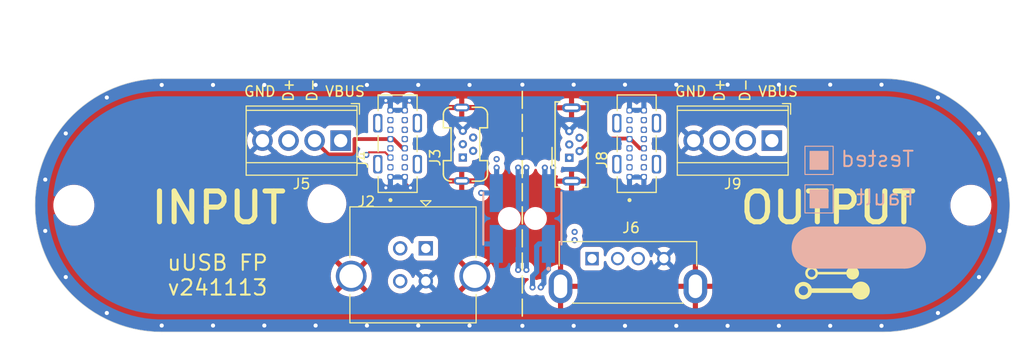
<source format=kicad_pcb>
(kicad_pcb (version 20240108) (generator "pcbnew") (generator_version "8.0")
  (title_block (title "uUSB FP") (date "2024-11-12") (rev "v241113"))
  (layers (0 "F.Cu" signal) (1 "In1.Cu" signal) (2 "In2.Cu" signal) (31 "B.Cu" signal) (34 "B.Paste" user) (35 "F.Paste" user) (36 "B.SilkS" user "B.Silkscreen") (37 "F.SilkS" user "F.Silkscreen") (38 "B.Mask" user) (39 "F.Mask" user) (44 "Edge.Cuts" user))
  (net 0 "")
  (net 1 "Earth")
  (net 2 "VCC")
  (net 3 "VDD")
  (net 4 "GND")
  (net 5 "/D+")
  (net 6 "/D-")
  (net 8 "Net-(J4-CC1)")
  (net 9 "Net-(J4-CC2)")
  (footprint "HouseLib:USB_B_CUI_Devices_UJ2-BV-1-TH_Vertical" (layer "F.Cu") (at 144.3 104.2)
    (property "Reference" "J2" (at -5.8 -4.55 0) (layer "F.SilkS"))
    (property "Value" "USB_B_In")
    (fp_line (start -7.4 -4.04) (end 4.9 -4.04) (stroke (width 0.12)) (layer "F.SilkS"))
    (fp_line (start -7.4 0.9) (end -7.4 -4.04) (stroke (width 0.12)) (layer "F.SilkS"))
    (fp_line (start -7.4 7.26) (end -7.4 4.5) (stroke (width 0.12)) (layer "F.SilkS"))
    (fp_line (start -0.5 -4.64) (end 0 -4.14) (stroke (width 0.12)) (layer "F.SilkS"))
    (fp_line (start 0 -4.14) (end 0.5 -4.64) (stroke (width 0.12)) (layer "F.SilkS"))
    (fp_line (start 0.5 -4.64) (end -0.5 -4.64) (stroke (width 0.12)) (layer "F.SilkS"))
    (fp_line (start 4.9 -4.04) (end 4.9 0.9) (stroke (width 0.12)) (layer "F.SilkS"))
    (fp_line (start 4.9 4.5) (end 4.9 7.26) (stroke (width 0.12)) (layer "F.SilkS"))
    (fp_line (start 4.9 7.26) (end -7.4 7.26) (stroke (width 0.12)) (layer "F.SilkS"))
    (pad "1" thru_hole rect (at 0 0) (size 1.4 1.4) (drill 0.92) (layers "*.Cu" "*.Mask") (net 2 "VCC"))
    (pad "2" thru_hole circle (at -2.5 0) (size 1.4 1.4) (drill 0.92) (layers "*.Cu" "*.Mask") (net 6 "/D-"))
    (pad "3" thru_hole circle (at -2.5 3.2) (size 1.4 1.4) (drill 0.92) (layers "*.Cu" "*.Mask") (net 5 "/D+"))
    (pad "4" thru_hole circle (at 0 3.2) (size 1.4 1.4) (drill 0.92) (layers "*.Cu" "*.Mask") (net 4 "GND"))
    (pad "5" thru_hole circle (at -7.27 2.71) (size 3 3) (drill 2.3) (layers "*.Cu" "*.Mask") (net 1 "Earth"))
    (pad "5" thru_hole circle (at 4.77 2.71) (size 3 3) (drill 2.3) (layers "*.Cu" "*.Mask") (net 1 "Earth"))
  )
  (footprint "HouseLib:USB_A_Adam_Tech_USB-A-S-VT_Vertical" (layer "F.Cu") (at 160.5 105.2)
    (property "Reference" "J6" (at 3.8 -3 0) (layer "F.SilkS"))
    (property "Value" "USB_A_Out")
    (fp_line (start -3.2 -1.66) (end -3.2 0.7) (stroke (width 0.12)) (layer "F.SilkS"))
    (fp_line (start -3.2 -1.66) (end 10.2 -1.66) (stroke (width 0.12)) (layer "F.SilkS"))
    (fp_line (start 8.9 4.34) (end -1.9 4.34) (stroke (width 0.12)) (layer "F.SilkS"))
    (fp_line (start 10.2 -1.66) (end 10.2 0.7) (stroke (width 0.12)) (layer "F.SilkS"))
    (pad "1" thru_hole rect (at 0 0) (size 1.3 1.3) (drill 0.9) (layers "*.Cu" "*.Mask") (net 3 "VDD"))
    (pad "2" thru_hole circle (at 2.5 0) (size 1.3 1.3) (drill 0.9) (layers "*.Cu" "*.Mask") (net 6 "/D-"))
    (pad "3" thru_hole circle (at 4.5 0) (size 1.3 1.3) (drill 0.9) (layers "*.Cu" "*.Mask") (net 5 "/D+"))
    (pad "4" thru_hole circle (at 7 0) (size 1.3 1.3) (drill 0.9) (layers "*.Cu" "*.Mask") (net 4 "GND"))
    (pad "5" thru_hole oval (at -3.07 2.7 180) (size 2.3 3.3) (drill oval 1.3 2.3) (layers "*.Cu" "*.Mask") (net 1 "Earth"))
    (pad "5" thru_hole oval (at 10.07 2.7) (size 2.3 3.3) (drill oval 1.3 2.3) (layers "*.Cu" "*.Mask") (net 1 "Earth"))
  )
  (footprint "Becquerel:logo_empirical_7x5mm" (layer "F.Cu") (at 183.8974 106.616902)
    (property "Reference" "G1" (hide yes))
    (property "Value" "Logo_Empirical" (hide yes))
    (fp_line (start 1.5 0) (end -1.5 0) (stroke (width 0.25)) (layer "F.SilkS"))
    (fp_line (start 2.1 -1.7) (end -2.1 -1.7) (stroke (width 0.45)) (layer "F.SilkS"))
    (fp_line (start 2.1 1.7) (end -2.1 1.7) (stroke (width 0.45)) (layer "F.SilkS"))
    (fp_circle (center -2.8 -1.7) (end -2.15 -1.7) (stroke (width 0.4)) (fill none) (layer "F.SilkS"))
    (fp_circle (center -2.8 1.7) (end -2.15 1.7) (stroke (width 0.4)) (fill none) (layer "F.SilkS"))
    (fp_circle (center -2 0) (end -1.5 0) (stroke (width 0.25)) (fill none) (layer "F.SilkS"))
    (fp_circle (center 2 0) (end 2.5 0) (stroke (width 0.25)) (fill solid) (layer "F.SilkS"))
    (fp_circle (center 2.8 -1.7) (end 3.45 -1.7) (stroke (width 0.45)) (fill solid) (layer "F.SilkS"))
    (fp_circle (center 2.8 1.7) (end 3.45 1.7) (stroke (width 0.45)) (fill solid) (layer "F.SilkS"))
  )
  (footprint "Joulescope:JS220" (layer "F.Cu") (at 153.71 100)
    (property "Reference" "J1" (hide yes))
    (property "Value" "JS220")
    (fp_line (start -3.81 -1.25) (end -3.81 3.83) (stroke (width 0.2)) (layer "B.SilkS"))
    (fp_line (start 3.81 3.83) (end 3.81 -1.25) (stroke (width 0.2)) (layer "B.SilkS"))
    (fp_circle (center 2.54 6.19) (end 2.64 6.19) (stroke (width 0.2)) (fill none) (layer "B.SilkS"))
    (fp_line (start -35.15 -12.35) (end 35.15 -12.35) (stroke (width 0.05)) (layer "Edge.Cuts"))
    (fp_line (start 35.15 12.35) (end -35.15 12.35) (stroke (width 0.05)) (layer "Edge.Cuts"))
    (fp_arc (start -35.15 12.35) (mid -47.5 0) (end -35.15 -12.35) (stroke (width 0.05)) (layer "Edge.Cuts"))
    (fp_arc (start 35.15 -12.35) (mid 47.5 0) (end 35.15 12.35) (stroke (width 0.05)) (layer "Edge.Cuts"))
    (pad "" np_thru_hole circle (at -43.71 0) (size 3.5 3.5) (drill 3.5) (layers "F&B.Cu" "*.Mask"))
    (pad "" np_thru_hole circle (at -19.05 -0.15) (size 3.3 3.3) (drill 3.3) (layers "F&B.Cu" "*.Mask"))
    (pad "" np_thru_hole circle (at -1.27 1.29 180) (size 1.73 1.73) (drill 1.73) (layers "*.Cu" "*.Mask"))
    (pad "" np_thru_hole circle (at 1.27 1.29 180) (size 1.73 1.73) (drill 1.73) (layers "*.Cu" "*.Mask"))
    (pad "" np_thru_hole circle (at 43.71 0) (size 3.5 3.5) (drill 3.5) (layers "F&B.Cu" "*.Mask"))
    (pad "1" smd custom (at 2.54 3.765 180) (size 0.8 2.5) (layers "B.Cu") (net 2 "VCC") (options (clearance outline) (anchor rect)) (primitives (gr_poly (pts (xy -0.635 1.84) (xy -0.635 -1.84) (xy 0.635 -1.84) (xy 0.635 1.48) (xy 0.275 1.84)) (width 0.01) (fill yes))))
    (pad "2" smd custom (at 2.54 -1.185 180) (size 0.8 2.5) (layers "B.Cu") (net 2 "VCC") (options (clearance outline) (anchor rect)) (primitives (gr_poly (pts (xy -0.635 -1.84) (xy -0.635 1.84) (xy 0.635 1.84) (xy 0.635 -1.48) (xy 0.275 -1.84)) (width 0.01) (fill yes))))
    (pad "3" smd custom (at 0 3.765 180) (size 0.8 2.5) (layers "B.Cu") (net 3 "VDD") (options (clearance outline) (anchor rect)) (primitives (gr_poly (pts (xy 0.275 1.84) (xy -0.275 1.84) (xy -0.635 1.48) (xy -0.635 -1.84) (xy 0.635 -1.84) (xy 0.635 1.48)) (width 0.01) (fill yes))))
    (pad "4" smd custom (at 0 -1.185 180) (size 0.8 2.5) (layers "B.Cu") (net 3 "VDD") (options (clearance outline) (anchor rect)) (primitives (gr_poly (pts (xy -0.275 -1.84) (xy 0.275 -1.84) (xy 0.635 -1.48) (xy 0.635 1.84) (xy -0.635 1.84) (xy -0.635 -1.48)) (width 0.01) (fill yes))))
    (pad "5" smd custom (at -2.54 3.765 180) (size 0.8 2.5) (layers "B.Cu") (net 4 "GND") (options (clearance outline) (anchor rect)) (primitives (gr_poly (pts (xy 0.635 1.84) (xy 0.635 -1.84) (xy -0.635 -1.84) (xy -0.635 1.48) (xy -0.275 1.84)) (width 0.01) (fill yes))))
    (pad "6" smd custom (at -2.54 -1.185 180) (size 0.8 2.5) (layers "B.Cu") (net 2 "VCC") (options (clearance outline) (anchor rect)) (primitives (gr_poly (pts (xy 0.635 -1.84) (xy 0.635 1.84) (xy -0.635 1.84) (xy -0.635 -1.48) (xy -0.275 -1.84)) (width 0.01) (fill yes))))
    (pad "7" thru_hole circle (at -46.5 -2.5) (size 0.8 0.8) (drill 0.4) (layers "*.Cu" "B.Mask") (net 1 "Earth"))
    (pad "7" thru_hole circle (at -46.5 2.5) (size 0.8 0.8) (drill 0.4) (layers "*.Cu" "B.Mask") (net 1 "Earth"))
    (pad "7" thru_hole circle (at -44.5 -7) (size 0.8 0.8) (drill 0.4) (layers "*.Cu" "B.Mask") (net 1 "Earth"))
    (pad "7" thru_hole circle (at -44.5 7) (size 0.8 0.8) (drill 0.4) (layers "*.Cu" "B.Mask") (net 1 "Earth"))
    (pad "7" thru_hole circle (at -40.5 -10.5) (size 0.8 0.8) (drill 0.4) (layers "*.Cu" "B.Mask") (net 1 "Earth"))
    (pad "7" thru_hole circle (at -40.5 10.5) (size 0.8 0.8) (drill 0.4) (layers "*.Cu" "B.Mask") (net 1 "Earth"))
    (pad "7" thru_hole circle (at -35.15 -11.725) (size 0.8 0.8) (drill 0.4) (layers "*.Cu" "B.Mask") (net 1 "Earth"))
    (pad "7" thru_hole circle (at -35.15 11.725) (size 0.8 0.8) (drill 0.4) (layers "*.Cu" "B.Mask") (net 1 "Earth"))
    (pad "7" thru_hole circle (at -30.15 -11.725) (size 0.8 0.8) (drill 0.4) (layers "*.Cu" "B.Mask") (net 1 "Earth"))
    (pad "7" thru_hole circle (at -30.15 11.725) (size 0.8 0.8) (drill 0.4) (layers "*.Cu" "B.Mask") (net 1 "Earth"))
    (pad "7" thru_hole circle (at -25.15 -11.725) (size 0.8 0.8) (drill 0.4) (layers "*.Cu" "B.Mask") (net 1 "Earth"))
    (pad "7" thru_hole circle (at -25.15 11.725) (size 0.8 0.8) (drill 0.4) (layers "*.Cu" "B.Mask") (net 1 "Earth"))
    (pad "7" thru_hole circle (at -20.15 -11.725) (size 0.8 0.8) (drill 0.4) (layers "*.Cu" "B.Mask") (net 1 "Earth"))
    (pad "7" thru_hole circle (at -20.15 11.725) (size 0.8 0.8) (drill 0.4) (layers "*.Cu" "B.Mask") (net 1 "Earth"))
    (pad "7" thru_hole circle (at -15.15 -11.725) (size 0.8 0.8) (drill 0.4) (layers "*.Cu" "B.Mask") (net 1 "Earth"))
    (pad "7" thru_hole circle (at -15.15 11.725) (size 0.8 0.8) (drill 0.4) (layers "*.Cu" "B.Mask") (net 1 "Earth"))
    (pad "7" thru_hole circle (at -10.15 -11.725) (size 0.8 0.8) (drill 0.4) (layers "*.Cu" "B.Mask") (net 1 "Earth"))
    (pad "7" thru_hole circle (at -10.15 11.725) (size 0.8 0.8) (drill 0.4) (layers "*.Cu" "B.Mask") (net 1 "Earth"))
    (pad "7" thru_hole circle (at -5.15 -11.725) (size 0.8 0.8) (drill 0.4) (layers "*.Cu" "B.Mask") (net 1 "Earth"))
    (pad "7" thru_hole circle (at -5.15 11.725) (size 0.8 0.8) (drill 0.4) (layers "*.Cu" "B.Mask") (net 1 "Earth"))
    (pad "7" thru_hole circle (at 0 -11.75) (size 0.8 0.8) (drill 0.4) (layers "*.Cu" "B.Mask") (net 1 "Earth"))
    (pad "7" smd custom (at 0 -11.7375) (size 1 1) (layers "B.Cu" "B.Mask") (net 1 "Earth") (options (clearance outline) (anchor rect)) (primitives (gr_line (start -35.15 0.0125) (end 35.15 0.0125) (width 1.2)) (gr_arc (start -35.15 23.4625) (mid -46.875 11.7375) (end -35.15 0.0125) (width 1.2)) (gr_line (start 35.15 23.4625) (end -35.15 23.4625) (width 1.2)) (gr_arc (start 35.15 0.0125) (mid 46.875 11.7375) (end 35.15 23.4625) (width 1.2))))
    (pad "7" thru_hole circle (at 0 11.75) (size 0.8 0.8) (drill 0.4) (layers "*.Cu" "B.Mask") (net 1 "Earth"))
    (pad "7" thru_hole circle (at 5 -11.75) (size 0.8 0.8) (drill 0.4) (layers "*.Cu" "B.Mask") (net 1 "Earth"))
    (pad "7" thru_hole circle (at 5 11.75) (size 0.8 0.8) (drill 0.4) (layers "*.Cu" "B.Mask") (net 1 "Earth"))
    (pad "7" thru_hole circle (at 10 -11.75) (size 0.8 0.8) (drill 0.4) (layers "*.Cu" "B.Mask") (net 1 "Earth"))
    (pad "7" thru_hole circle (at 10 11.75) (size 0.8 0.8) (drill 0.4) (layers "*.Cu" "B.Mask") (net 1 "Earth"))
    (pad "7" thru_hole circle (at 15 -11.75) (size 0.8 0.8) (drill 0.4) (layers "*.Cu" "B.Mask") (net 1 "Earth"))
    (pad "7" thru_hole circle (at 15 11.75) (size 0.8 0.8) (drill 0.4) (layers "*.Cu" "B.Mask") (net 1 "Earth"))
    (pad "7" thru_hole circle (at 20 -11.75) (size 0.8 0.8) (drill 0.4) (layers "*.Cu" "B.Mask") (net 1 "Earth"))
    (pad "7" thru_hole circle (at 20 11.75) (size 0.8 0.8) (drill 0.4) (layers "*.Cu" "B.Mask") (net 1 "Earth"))
    (pad "7" thru_hole circle (at 25 -11.75) (size 0.8 0.8) (drill 0.4) (layers "*.Cu" "B.Mask") (net 1 "Earth"))
    (pad "7" thru_hole circle (at 25 11.75) (size 0.8 0.8) (drill 0.4) (layers "*.Cu" "B.Mask") (net 1 "Earth"))
    (pad "7" thru_hole circle (at 30 -11.75) (size 0.8 0.8) (drill 0.4) (layers "*.Cu" "B.Mask") (net 1 "Earth"))
    (pad "7" thru_hole circle (at 30 11.75) (size 0.8 0.8) (drill 0.4) (layers "*.Cu" "B.Mask") (net 1 "Earth"))
    (pad "7" thru_hole circle (at 35 -11.75) (size 0.8 0.8) (drill 0.4) (layers "*.Cu" "B.Mask") (net 1 "Earth"))
    (pad "7" thru_hole circle (at 35 11.75) (size 0.8 0.8) (drill 0.4) (layers "*.Cu" "B.Mask") (net 1 "Earth"))
    (pad "7" thru_hole circle (at 40.5 -10.5) (size 0.8 0.8) (drill 0.4) (layers "*.Cu" "B.Mask") (net 1 "Earth"))
    (pad "7" thru_hole circle (at 40.5 10.5) (size 0.8 0.8) (drill 0.4) (layers "*.Cu" "B.Mask") (net 1 "Earth"))
    (pad "7" thru_hole circle (at 44.5 -7) (size 0.8 0.8) (drill 0.4) (layers "*.Cu" "B.Mask") (net 1 "Earth"))
    (pad "7" thru_hole circle (at 44.5 7) (size 0.8 0.8) (drill 0.4) (layers "*.Cu" "B.Mask") (net 1 "Earth"))
    (pad "7" thru_hole circle (at 46.5 -2.5) (size 0.8 0.8) (drill 0.4) (layers "*.Cu" "B.Mask") (net 1 "Earth"))
    (pad "7" thru_hole circle (at 46.5 2.5) (size 0.8 0.8) (drill 0.4) (layers "*.Cu" "B.Mask") (net 1 "Earth"))
  )
  (footprint "Becquerel:USB_Micro-AB_GCT_USB3106-30-0230-A_Vertical" (layer "F.Cu") (at 158.28 95.375 90)
    (property "Reference" "J7" (hide yes))
    (property "Value" "USB_AB_Micro_Out")
    (fp_line (start -1 -1.68) (end 1 -1.68) (stroke (width 0.15)) (layer "F.SilkS"))
    (fp_line (start 5.45 -1.38) (end 5.45 -0.905) (stroke (width 0.15)) (layer "F.SilkS"))
    (fp_line (start -2.85 -1.38) (end 5.45 -1.38) (stroke (width 0.15)) (layer "F.SilkS"))
    (fp_line (start -2.85 -0.905) (end -2.85 -1.38) (stroke (width 0.15)) (layer "F.SilkS"))
    (fp_line (start -2.85 1.345) (end -2.85 1.82) (stroke (width 0.15)) (layer "F.SilkS"))
    (fp_line (start 5.45 1.82) (end 5.45 1.345) (stroke (width 0.15)) (layer "F.SilkS"))
    (fp_line (start -2.85 1.82) (end 5.45 1.82) (stroke (width 0.15)) (layer "F.SilkS"))
    (pad "1" thru_hole rect (at 0 0 90) (size 0.8 0.84) (drill 0.4) (layers "*.Cu" "*.Mask") (net 3 "VDD"))
    (pad "2" thru_hole circle (at 0.65 1 90) (size 0.8 0.8) (drill 0.4) (layers "*.Cu" "*.Mask") (net 6 "/D-"))
    (pad "3" thru_hole circle (at 1.3 0 90) (size 0.8 0.8) (drill 0.4) (layers "*.Cu" "*.Mask") (net 5 "/D+"))
    (pad "4" thru_hole circle (at 1.95 1 90) (size 0.8 0.8) (drill 0.4) (layers "*.Cu" "*.Mask"))
    (pad "5" thru_hole circle (at 2.6 0 90) (size 0.8 0.8) (drill 0.4) (layers "*.Cu" "*.Mask") (net 4 "GND"))
    (pad "6" thru_hole oval (at -2.275 0.22 90) (size 0.85 1.85) (drill oval 0.35 1.35) (layers "*.Cu" "*.Mask") (net 1 "Earth"))
    (pad "6" thru_hole oval (at 4.875 0.22 90) (size 0.85 1.85) (drill oval 0.35 1.35) (layers "*.Cu" "*.Mask") (net 1 "Earth"))
  )
  (footprint "HouseLib:TerminalBlock_Wuerth_691210910004-2.54-4P_1x04_P2.54mm_Horizontal" (layer "F.Cu") (at 136 93.7 180)
    (property "Reference" "J5" (at 3.81 -4.22 180) (layer "F.SilkS"))
    (property "Value" "Screw_In")
    (fp_line (start 9.21 -3.37) (end 9.21 3.37) (stroke (width 0.12)) (layer "F.SilkS"))
    (fp_line (start -1.59 3.37) (end 9.21 3.37) (stroke (width 0.12)) (layer "F.SilkS"))
    (fp_line (start -1.59 -2.15) (end 9.21 -2.15) (stroke (width 0.12)) (layer "F.SilkS"))
    (fp_line (start -1.59 -3.37) (end 9.21 -3.37) (stroke (width 0.12)) (layer "F.SilkS"))
    (fp_line (start -1.59 -3.37) (end -1.59 3.37) (stroke (width 0.12)) (layer "F.SilkS"))
    (fp_line (start -1.6 2.95) (end 9.2 2.95) (stroke (width 0.12)) (layer "F.SilkS"))
    (fp_line (start -1.83 3.61) (end -1.03 3.61) (stroke (width 0.12)) (layer "F.SilkS"))
    (fp_line (start -1.83 2.57) (end -1.83 3.61) (stroke (width 0.12)) (layer "F.SilkS"))
    (pad "1" thru_hole rect (at 0 0 180) (size 2 2) (drill 1.3) (layers "*.Cu" "*.Mask") (net 2 "VCC"))
    (pad "2" thru_hole circle (at 2.54 0 180) (size 2 2) (drill 1.3) (layers "*.Cu" "*.Mask") (net 6 "/D-"))
    (pad "3" thru_hole circle (at 5.08 0 180) (size 2 2) (drill 1.3) (layers "*.Cu" "*.Mask") (net 5 "/D+"))
    (pad "4" thru_hole circle (at 7.62 0 180) (size 2 2) (drill 1.3) (layers "*.Cu" "*.Mask") (net 4 "GND"))
  )
  (footprint "HouseLib:TerminalBlock_Wuerth_691210910004-2.54-4P_1x04_P2.54mm_Horizontal" (layer "F.Cu") (at 178.02 93.7 180)
    (property "Reference" "J9" (at 3.81 -4.22 180) (layer "F.SilkS"))
    (property "Value" "Screw_Out")
    (fp_line (start 9.21 -3.37) (end 9.21 3.37) (stroke (width 0.12)) (layer "F.SilkS"))
    (fp_line (start -1.59 3.37) (end 9.21 3.37) (stroke (width 0.12)) (layer "F.SilkS"))
    (fp_line (start -1.59 -2.15) (end 9.21 -2.15) (stroke (width 0.12)) (layer "F.SilkS"))
    (fp_line (start -1.59 -3.37) (end 9.21 -3.37) (stroke (width 0.12)) (layer "F.SilkS"))
    (fp_line (start -1.59 -3.37) (end -1.59 3.37) (stroke (width 0.12)) (layer "F.SilkS"))
    (fp_line (start -1.6 2.95) (end 9.2 2.95) (stroke (width 0.12)) (layer "F.SilkS"))
    (fp_line (start -1.83 3.61) (end -1.03 3.61) (stroke (width 0.12)) (layer "F.SilkS"))
    (fp_line (start -1.83 2.57) (end -1.83 3.61) (stroke (width 0.12)) (layer "F.SilkS"))
    (pad "1" thru_hole rect (at 0 0 180) (size 2 2) (drill 1.3) (layers "*.Cu" "*.Mask") (net 3 "VDD"))
    (pad "2" thru_hole circle (at 2.54 0 180) (size 2 2) (drill 1.3) (layers "*.Cu" "*.Mask") (net 6 "/D-"))
    (pad "3" thru_hole circle (at 5.08 0 180) (size 2 2) (drill 1.3) (layers "*.Cu" "*.Mask") (net 5 "/D+"))
    (pad "4" thru_hole circle (at 7.62 0 180) (size 2 2) (drill 1.3) (layers "*.Cu" "*.Mask") (net 4 "GND"))
  )
  (footprint "HouseLib:USB_Micro-B_GCT_USB3145-30-1-A_Vertical" (layer "F.Cu") (at 147.91 95.35 90)
    (property "Reference" "J3" (at 0 -2.7 90) (layer "F.SilkS"))
    (property "Value" "USB_B_Micro_In")
    (fp_line (start 2.9 -1.9) (end 4.2 -1.9) (stroke (width 0.15)) (layer "F.SilkS"))
    (fp_line (start -0.3 -1.9) (end -0.3 -1.15) (stroke (width 0.15)) (layer "F.SilkS"))
    (fp_line (start -1.6 -1.9) (end -0.3 -1.9) (stroke (width 0.15)) (layer "F.SilkS"))
    (fp_line (start 4.9 -1.2) (end 4.9 -1.1) (stroke (width 0.15)) (layer "F.SilkS"))
    (fp_line (start 2.9 -1.15) (end 2.9 -1.9) (stroke (width 0.15)) (layer "F.SilkS"))
    (fp_line (start -0.3 -1.15) (end 2.9 -1.15) (stroke (width 0.15)) (layer "F.SilkS"))
    (fp_line (start -2.3 -1.1) (end -2.3 -1.2) (stroke (width 0.15)) (layer "F.SilkS"))
    (fp_line (start 4.9 0.9) (end 4.9 1.7) (stroke (width 0.15)) (layer "F.SilkS"))
    (fp_line (start -0.3 1.65) (end 2.9 1.65) (stroke (width 0.15)) (layer "F.SilkS"))
    (fp_line (start -0.3 1.65) (end -0.3 2.4) (stroke (width 0.15)) (layer "F.SilkS"))
    (fp_line (start -2.3 1.7) (end -2.3 0.9) (stroke (width 0.15)) (layer "F.SilkS"))
    (fp_line (start 2.9 2.4) (end 2.9 1.65) (stroke (width 0.15)) (layer "F.SilkS"))
    (fp_line (start 2.9 2.4) (end 4.2 2.4) (stroke (width 0.15)) (layer "F.SilkS"))
    (fp_line (start -1.6 2.4) (end -0.3 2.4) (stroke (width 0.15)) (layer "F.SilkS"))
    (fp_arc (start 4.2 -1.9) (mid 4.694975 -1.694975) (end 4.9 -1.2) (stroke (width 0.15)) (layer "F.SilkS"))
    (fp_arc (start -2.3 -1.2) (mid -2.094975 -1.694975) (end -1.6 -1.9) (stroke (width 0.15)) (layer "F.SilkS"))
    (fp_arc (start 4.9 1.7) (mid 4.694975 2.194975) (end 4.2 2.4) (stroke (width 0.15)) (layer "F.SilkS"))
    (fp_arc (start -1.6 2.4) (mid -2.094975 2.194975) (end -2.3 1.7) (stroke (width 0.15)) (layer "F.SilkS"))
    (pad "1" thru_hole rect (at 0 0 90) (size 0.8 0.8) (drill 0.4) (layers "*.Cu" "*.Mask") (net 2 "VCC"))
    (pad "2" thru_hole circle (at 0.65 1 90) (size 0.8 0.8) (drill 0.4) (layers "*.Cu" "*.Mask") (net 6 "/D-"))
    (pad "3" thru_hole circle (at 1.3 0 90) (size 0.8 0.8) (drill 0.4) (layers "*.Cu" "*.Mask") (net 5 "/D+"))
    (pad "4" thru_hole circle (at 1.95 1 90) (size 0.8 0.8) (drill 0.4) (layers "*.Cu" "*.Mask"))
    (pad "5" thru_hole circle (at 2.6 0 90) (size 0.8 0.8) (drill 0.4) (layers "*.Cu" "*.Mask") (net 4 "GND"))
    (pad "6" thru_hole oval (at -2.275 -0.11 90) (size 0.75 1.55) (drill oval 0.35 1.15) (layers "*.Cu" "*.Mask") (net 1 "Earth"))
    (pad "6" thru_hole oval (at 4.875 -0.11 90) (size 0.75 1.55) (drill oval 0.35 1.15) (layers "*.Cu" "*.Mask") (net 1 "Earth"))
  )
  (footprint "HouseLib:CUI_UJ20-C-V-C-3-SMT-TR" (layer "F.Cu") (at 141.55 94 90)
    (property "Reference" "J4" (at -1.575 -3.385 90) (layer "F.SilkS"))
    (property "Value" "USB_C_In")
    (fp_line (start 4.75 -1.9) (end 4.75 1.9) (stroke (width 0.127)) (layer "F.SilkS"))
    (fp_line (start 3.22 -1.9) (end 4.75 -1.9) (stroke (width 0.127)) (layer "F.SilkS"))
    (fp_line (start -0.78 -1.9) (end 0.78 -1.9) (stroke (width 0.127)) (layer "F.SilkS"))
    (fp_line (start -4.75 -1.9) (end -3.22 -1.9) (stroke (width 0.127)) (layer "F.SilkS"))
    (fp_line (start 4.75 1.9) (end 3.22 1.9) (stroke (width 0.127)) (layer "F.SilkS"))
    (fp_line (start 0.78 1.9) (end -0.78 1.9) (stroke (width 0.127)) (layer "F.SilkS"))
    (fp_line (start -3.22 1.9) (end -4.75 1.9) (stroke (width 0.127)) (layer "F.SilkS"))
    (fp_line (start -4.75 1.9) (end -4.75 -1.9) (stroke (width 0.127)) (layer "F.SilkS"))
    (fp_circle (center -5.5 -0.7) (end -5.4 -0.7) (stroke (width 0.2)) (fill none) (layer "F.SilkS"))
    (pad "A1" thru_hole roundrect (at -3.25 -0.7 90) (size 0.6 0.6) (drill 0.4) (layers "*.Cu" "*.Mask") (net 4 "GND"))
    (pad "A4" thru_hole roundrect (at -2.3 -0.7 90) (size 0.6 0.6) (drill 0.4) (layers "*.Cu" "*.Mask") (net 2 "VCC"))
    (pad "A5" thru_hole roundrect (at -1.35 -0.7 90) (size 0.6 0.6) (drill 0.4) (layers "*.Cu" "*.Mask") (net 8 "Net-(J4-CC1)"))
    (pad "A6" thru_hole roundrect (at -0.45 -0.7 90) (size 0.6 0.6) (drill 0.4) (layers "*.Cu" "*.Mask") (net 5 "/D+"))
    (pad "A7" thru_hole roundrect (at 0.45 -0.7 90) (size 0.6 0.6) (drill 0.4) (layers "*.Cu" "*.Mask") (net 6 "/D-"))
    (pad "A8" thru_hole roundrect (at 1.35 -0.7 90) (size 0.6 0.6) (drill 0.4) (layers "*.Cu" "*.Mask"))
    (pad "A9" thru_hole roundrect (at 2.3 -0.7 90) (size 0.6 0.6) (drill 0.4) (layers "*.Cu" "*.Mask") (net 2 "VCC"))
    (pad "A12" thru_hole roundrect (at 3.25 -0.7 90) (size 0.6 0.6) (drill 0.4) (layers "*.Cu" "*.Mask") (net 4 "GND"))
    (pad "B1" thru_hole roundrect (at 3.25 0.7 90) (size 0.6 0.6) (drill 0.4) (layers "*.Cu" "*.Mask") (net 4 "GND"))
    (pad "B4" thru_hole roundrect (at 2.3 0.7 90) (size 0.6 0.6) (drill 0.4) (layers "*.Cu" "*.Mask") (net 2 "VCC"))
    (pad "B5" thru_hole roundrect (at 1.35 0.7 90) (size 0.6 0.6) (drill 0.4) (layers "*.Cu" "*.Mask") (net 9 "Net-(J4-CC2)"))
    (pad "B6" thru_hole roundrect (at 0.45 0.7 90) (size 0.6 0.6) (drill 0.4) (layers "*.Cu" "*.Mask") (net 5 "/D+"))
    (pad "B7" thru_hole roundrect (at -0.45 0.7 90) (size 0.6 0.6) (drill 0.4) (layers "*.Cu" "*.Mask") (net 6 "/D-"))
    (pad "B8" thru_hole roundrect (at -1.35 0.7 90) (size 0.6 0.6) (drill 0.4) (layers "*.Cu" "*.Mask"))
    (pad "B9" thru_hole roundrect (at -2.3 0.7 90) (size 0.6 0.6) (drill 0.4) (layers "*.Cu" "*.Mask") (net 2 "VCC"))
    (pad "B12" thru_hole roundrect (at -3.25 0.7 90) (size 0.6 0.6) (drill 0.4) (layers "*.Cu" "*.Mask") (net 4 "GND"))
    (pad "S1" thru_hole roundrect (at -2 -1.93 90) (size 1.8 0.9) (drill oval 1.475 0.5) (layers "*.Cu" "*.Mask"))
    (pad "S1" thru_hole roundrect (at -2 1.93 90) (size 1.8 0.9) (drill oval 1.475 0.5) (layers "*.Cu" "*.Mask"))
    (pad "S1" thru_hole roundrect (at 2 -1.93 90) (size 1.8 0.9) (drill oval 1.475 0.5) (layers "*.Cu" "*.Mask"))
    (pad "S1" thru_hole roundrect (at 2 1.93 90) (size 1.8 0.9) (drill oval 1.475 0.5) (layers "*.Cu" "*.Mask"))
  )
  (footprint "HouseLib:CUI_UJ20-C-V-C-3-SMT-TR" (layer "F.Cu") (at 164.85 94 90)
    (property "Reference" "J8" (at -1.575 -3.385 90) (layer "F.SilkS"))
    (property "Value" "USB_C_Out")
    (fp_line (start 4.75 -1.9) (end 4.75 1.9) (stroke (width 0.127)) (layer "F.SilkS"))
    (fp_line (start 3.22 -1.9) (end 4.75 -1.9) (stroke (width 0.127)) (layer "F.SilkS"))
    (fp_line (start -0.78 -1.9) (end 0.78 -1.9) (stroke (width 0.127)) (layer "F.SilkS"))
    (fp_line (start -4.75 -1.9) (end -3.22 -1.9) (stroke (width 0.127)) (layer "F.SilkS"))
    (fp_line (start 4.75 1.9) (end 3.22 1.9) (stroke (width 0.127)) (layer "F.SilkS"))
    (fp_line (start 0.78 1.9) (end -0.78 1.9) (stroke (width 0.127)) (layer "F.SilkS"))
    (fp_line (start -3.22 1.9) (end -4.75 1.9) (stroke (width 0.127)) (layer "F.SilkS"))
    (fp_line (start -4.75 1.9) (end -4.75 -1.9) (stroke (width 0.127)) (layer "F.SilkS"))
    (fp_circle (center -5.5 -0.7) (end -5.4 -0.7) (stroke (width 0.2)) (fill none) (layer "F.SilkS"))
    (pad "A1" thru_hole roundrect (at -3.25 -0.7 90) (size 0.6 0.6) (drill 0.4) (layers "*.Cu" "*.Mask") (net 4 "GND"))
    (pad "A4" thru_hole roundrect (at -2.3 -0.7 90) (size 0.6 0.6) (drill 0.4) (layers "*.Cu" "*.Mask") (net 3 "VDD"))
    (pad "A5" thru_hole roundrect (at -1.35 -0.7 90) (size 0.6 0.6) (drill 0.4) (layers "*.Cu" "*.Mask") (net 8 "Net-(J4-CC1)"))
    (pad "A6" thru_hole roundrect (at -0.45 -0.7 90) (size 0.6 0.6) (drill 0.4) (layers "*.Cu" "*.Mask") (net 5 "/D+"))
    (pad "A7" thru_hole roundrect (at 0.45 -0.7 90) (size 0.6 0.6) (drill 0.4) (layers "*.Cu" "*.Mask") (net 6 "/D-"))
    (pad "A8" thru_hole roundrect (at 1.35 -0.7 90) (size 0.6 0.6) (drill 0.4) (layers "*.Cu" "*.Mask"))
    (pad "A9" thru_hole roundrect (at 2.3 -0.7 90) (size 0.6 0.6) (drill 0.4) (layers "*.Cu" "*.Mask") (net 3 "VDD"))
    (pad "A12" thru_hole roundrect (at 3.25 -0.7 90) (size 0.6 0.6) (drill 0.4) (layers "*.Cu" "*.Mask") (net 4 "GND"))
    (pad "B1" thru_hole roundrect (at 3.25 0.7 90) (size 0.6 0.6) (drill 0.4) (layers "*.Cu" "*.Mask") (net 4 "GND"))
    (pad "B4" thru_hole roundrect (at 2.3 0.7 90) (size 0.6 0.6) (drill 0.4) (layers "*.Cu" "*.Mask") (net 3 "VDD"))
    (pad "B5" thru_hole roundrect (at 1.35 0.7 90) (size 0.6 0.6) (drill 0.4) (layers "*.Cu" "*.Mask") (net 9 "Net-(J4-CC2)"))
    (pad "B6" thru_hole roundrect (at 0.45 0.7 90) (size 0.6 0.6) (drill 0.4) (layers "*.Cu" "*.Mask") (net 5 "/D+"))
    (pad "B7" thru_hole roundrect (at -0.45 0.7 90) (size 0.6 0.6) (drill 0.4) (layers "*.Cu" "*.Mask") (net 6 "/D-"))
    (pad "B8" thru_hole roundrect (at -1.35 0.7 90) (size 0.6 0.6) (drill 0.4) (layers "*.Cu" "*.Mask"))
    (pad "B9" thru_hole roundrect (at -2.3 0.7 90) (size 0.6 0.6) (drill 0.4) (layers "*.Cu" "*.Mask") (net 3 "VDD"))
    (pad "B12" thru_hole roundrect (at -3.25 0.7 90) (size 0.6 0.6) (drill 0.4) (layers "*.Cu" "*.Mask") (net 4 "GND"))
    (pad "S1" thru_hole roundrect (at -2 -1.93 90) (size 1.8 0.9) (drill oval 1.475 0.5) (layers "*.Cu" "*.Mask"))
    (pad "S1" thru_hole roundrect (at -2 1.93 90) (size 1.8 0.9) (drill oval 1.475 0.5) (layers "*.Cu" "*.Mask"))
    (pad "S1" thru_hole roundrect (at 2 -1.93 90) (size 1.8 0.9) (drill oval 1.475 0.5) (layers "*.Cu" "*.Mask"))
    (pad "S1" thru_hole roundrect (at 2 1.93 90) (size 1.8 0.9) (drill oval 1.475 0.5) (layers "*.Cu" "*.Mask"))
  )
  (gr_rect (start 181.75 98.5) (end 183.5 100.25) (stroke (width 0.1)) (fill solid) (layer "B.SilkS"))
  (gr_rect (start 181.25 98) (end 184 100.75) (stroke (width 0.1)) (fill none) (layer "B.SilkS"))
  (gr_rect (start 181.25 94.25) (end 184 97) (stroke (width 0.1)) (fill none) (layer "B.SilkS"))
  (gr_rect (start 181.75 94.75) (end 183.5 96.5) (stroke (width 0.1)) (fill solid) (layer "B.SilkS"))
  (gr_circle (center 191 104.125) (end 193 104.125) (stroke (width 0.1)) (fill solid) (layer "B.SilkS"))
  (gr_rect (start 182 102.125) (end 191 106.125) (stroke (width 0.1)) (fill solid) (layer "B.SilkS"))
  (gr_circle (center 182 104.125) (end 184 104.125) (stroke (width 0.1)) (fill solid) (layer "B.SilkS"))
  (gr_line (start 153.7 88.9) (end 153.7 111) (stroke (width 0.15) (type dash)) (layer "F.SilkS"))
  (gr_text "Tested" (at 192 96.375 0) (layer "B.SilkS") (effects (font (size 1.5 1.5) (thickness 0.1875)) (justify left bottom mirror)))
  (gr_text "Fault" (at 192 100.125 0) (layer "B.SilkS") (effects (font (size 1.5 1.5) (thickness 0.1875)) (justify left bottom mirror)))
  (gr_text "D+" (at 131.5 90 90) (layer "F.SilkS") (effects (font (size 1 1)) (justify left bottom)))
  (gr_text "D-" (at 133.8 90 90) (layer "F.SilkS") (effects (font (size 1 1)) (justify left bottom)))
  (gr_text "OUTPUT" (at 174.7 102 0) (layer "F.SilkS") (effects (font (size 3 3) (thickness 0.5) (bold yes)) (justify left bottom)))
  (gr_text "GND" (at 168.5 89.5 0) (layer "F.SilkS") (effects (font (size 1 1)) (justify left bottom)))
  (gr_text "GND" (at 126.5 89.5 0) (layer "F.SilkS") (effects (font (size 1 1)) (justify left bottom)))
  (gr_text "D+" (at 173.5 90 90) (layer "F.SilkS") (effects (font (size 1 1)) (justify left bottom)))
  (gr_text "INPUT" (at 117.3 102 0) (layer "F.SilkS") (effects (font (size 3 3) (thickness 0.5) (bold yes)) (justify left bottom)))
  (gr_text "VBUS" (at 176.6 89.5 0) (layer "F.SilkS") (effects (font (size 1 1)) (justify left bottom)))
  (gr_text "VBUS" (at 134.4 89.5 0) (layer "F.SilkS") (effects (font (size 1 1)) (justify left bottom)))
  (gr_text "${TITLE}\n${REVISION}" (at 124 108.9 0) (layer "F.SilkS") (effects (font (size 1.5 1.5) (thickness 0.2)) (justify bottom)))
  (gr_text "D-" (at 176 90 90) (layer "F.SilkS") (effects (font (size 1 1)) (justify left bottom)))
  (via (at 151.2 96.34) (size 0.6) (drill 0.3) (layers "F.Cu" "B.Cu") (net 2))
  (via (at 151.2 95.5) (size 0.6) (drill 0.3) (layers "F.Cu" "B.Cu") (net 2))
  (via (at 156.7 96.34) (size 0.6) (drill 0.3) (layers "F.Cu" "B.Cu") (net 2))
  (via (at 154.7 108) (size 0.6) (drill 0.3) (layers "F.Cu" "B.Cu") (net 2))
  (via (at 155.9 96.34) (size 0.6) (drill 0.3) (layers "F.Cu" "B.Cu") (net 2))
  (via (at 155.5 108) (size 0.6) (drill 0.3) (layers "F.Cu" "B.Cu") (net 2))
  (via (at 149.7 98.8) (size 0.6) (drill 0.3) (layers "F.Cu" "B.Cu") (net 2))
  (segment (start 155.1 106.5) (end 155.1 104) (width 0.5) (layer "B.Cu") (net 2))
  (segment (start 156.7 96.34) (end 156.7 98.365) (width 0.5) (layer "B.Cu") (net 2))
  (segment (start 155.6 107.8) (end 155.8 107.6) (width 0.5) (layer "B.Cu") (net 2))
  (segment (start 140.85 96.3) (end 140.85 96.366016) (width 0.2) (layer "B.Cu") (net 2))
  (segment (start 155.9 96.34) (end 155.9 98.465) (width 0.5) (layer "B.Cu") (net 2))
  (segment (start 155.335 103.765) (end 156.25 103.765) (width 0.5) (layer "B.Cu") (net 2))
  (segment (start 151.2 98.785) (end 151.17 98.815) (width 0.5) (layer "B.Cu") (net 2))
  (segment (start 155.8 106.7) (end 156.25 106.25) (width 0.5) (layer "B.Cu") (net 2))
  (segment (start 155.6 107.9) (end 155.6 107.8) (width 0.5) (layer "B.Cu") (net 2))
  (segment (start 155.1 104) (end 155.335 103.765) (width 0.5) (layer "B.Cu") (net 2))
  (segment (start 155.9 98.465) (end 156.25 98.815) (width 0.5) (layer "B.Cu") (net 2))
  (segment (start 156.7 98.365) (end 156.25 98.815) (width 0.5) (layer "B.Cu") (net 2))
  (segment (start 142.25 96.3) (end 142.25 96.362128) (width 0.2) (layer "B.Cu") (net 2))
  (segment (start 155.5 108) (end 155.6 107.9) (width 0.5) (layer "B.Cu") (net 2))
  (segment (start 142.25 91.7) (end 142.25 91.637872) (width 0.2) (layer "B.Cu") (net 2))
  (segment (start 149.7 98.8) (end 151.155 98.8) (width 0.5) (layer "B.Cu") (net 2))
  (segment (start 140.85 91.7) (end 140.85 91.633984) (width 0.2) (layer "B.Cu") (net 2))
  (segment (start 155.8 107.6) (end 155.8 106.7) (width 0.5) (layer "B.Cu") (net 2))
  (segment (start 154.7 108) (end 154.7 106.9) (width 0.5) (layer "B.Cu") (net 2))
  (segment (start 156.25 106.25) (end 156.25 103.765) (width 0.5) (layer "B.Cu") (net 2))
  (segment (start 151.155 98.8) (end 151.17 98.815) (width 0.5) (layer "B.Cu") (net 2))
  (segment (start 151.2 96.34) (end 151.2 98.785) (width 0.5) (layer "B.Cu") (net 2))
  (segment (start 154.7 106.9) (end 155.1 106.5) (width 0.5) (layer "B.Cu") (net 2))
  (via (at 158.8 103.4) (size 0.6) (drill 0.3) (layers "F.Cu" "B.Cu") (net 3))
  (via (at 154.1 106.3) (size 0.6) (drill 0.3) (layers "F.Cu" "B.Cu") (net 3))
  (via (at 153.3 96.34) (size 0.6) (drill 0.3) (layers "F.Cu" "B.Cu") (net 3))
  (via (at 153.3 106.3) (size 0.6) (drill 0.3) (layers "F.Cu" "B.Cu") (net 3))
  (via (at 154.1 96.34) (size 0.6) (drill 0.3) (layers "F.Cu" "B.Cu") (net 3))
  (via (at 158.8 102.6) (size 0.6) (drill 0.3) (layers "F.Cu" "B.Cu") (net 3))
  (segment (start 153.3 98.405) (end 153.71 98.815) (width 0.5) (layer "B.Cu") (net 3))
  (segment (start 154.1 104.155) (end 153.71 103.765) (width 0.5) (layer "B.Cu") (net 3))
  (segment (start 153.3 96.34) (end 153.3 98.405) (width 0.5) (layer "B.Cu") (net 3))
  (segment (start 154.1 98.425) (end 153.71 98.815) (width 0.5) (layer "B.Cu") (net 3))
  (segment (start 153.3 104.175) (end 153.71 103.765) (width 0.5) (layer "B.Cu") (net 3))
  (segment (start 154.1 106.3) (end 154.1 104.155) (width 0.5) (layer "B.Cu") (net 3))
  (segment (start 154.1 96.34) (end 154.1 98.425) (width 0.5) (layer "B.Cu") (net 3))
  (segment (start 153.3 106.3) (end 153.3 104.175) (width 0.5) (layer "B.Cu") (net 3))
  (segment (start 140.4 98.3) (end 140.85 97.85) (width 0.2) (layer "F.Cu") (net 4))
  (segment (start 142.25 90.75) (end 142.25 90.25) (width 0.2) (layer "F.Cu") (net 4))
  (segment (start 142.25 97.75) (end 142.25 97.25) (width 0.2) (layer "F.Cu") (net 4))
  (segment (start 142.25 90.25) (end 142.7 89.8) (width 0.2) (layer "F.Cu") (net 4))
  (segment (start 140.85 90.25) (end 140.4 89.8) (width 0.2) (layer "F.Cu") (net 4))
  (segment (start 140.85 90.75) (end 140.85 90.25) (width 0.2) (layer "F.Cu") (net 4))
  (segment (start 140.471646 89.9) (end 140.471646 89.828354) (width 0.2) (layer "F.Cu") (net 4))
  (segment (start 140.85 97.85) (end 140.85 97.25) (width 0.2) (layer "F.Cu") (net 4))
  (segment (start 140.471646 89.828354) (end 140.5 89.8) (width 0.2) (layer "F.Cu") (net 4))
  (segment (start 140.471646 89.9) (end 140.471646 89.95) (width 0.2) (layer "F.Cu") (net 4))
  (segment (start 142.8 98.3) (end 142.25 97.75) (width 0.2) (layer "F.Cu") (net 4))
  (segment (start 140.471646 89.95) (end 140.451472 89.95) (width 0.2) (layer "F.Cu") (net 4))
  (via (at 140.4 98.3) (size 0.6) (drill 0.3) (layers "F.Cu" "B.Cu") (net 4))
  (via (at 142.7 89.8) (size 0.6) (drill 0.3) (layers "F.Cu" "B.Cu") (net 4))
  (via (at 142.8 98.3) (size 0.6) (drill 0.3) (layers "F.Cu" "B.Cu") (net 4))
  (via (at 140.4 89.8) (size 0.6) (drill 0.3) (layers "F.Cu" "B.Cu") (net 4))
  (segment (start 165.55 94.45) (end 165.154192 94.45) (width 0.37) (layer "F.Cu") (net 6))
  (segment (start 137.345 93.55) (end 140.85 93.55) (width 0.37) (layer "F.Cu") (net 6))
  (segment (start 164.1 93.5) (end 160.505 93.5) (width 0.37) (layer "F.Cu") (net 6))
  (segment (start 164.15 93.55) (end 164.1 93.5) (width 0.37) (layer "F.Cu") (net 6))
  (segment (start 142.049999 94.45) (end 142.25 94.45) (width 0.37) (layer "F.Cu") (net 6))
  (segment (start 164.254192 93.55) (end 164.15 93.55) (width 0.37) (layer "F.Cu") (net 6))
  (segment (start 134.805 95.045) (end 137.345 95.045) (width 0.37) (layer "F.Cu") (net 6))
  (segment (start 140.85 93.55) (end 141.149999 93.55) (width 0.37) (layer "F.Cu") (net 6))
  (segment (start 141.149999 93.55) (end 142.049999 94.45) (width 0.37) (layer "F.Cu") (net 6))
  (segment (start 165.154192 94.45) (end 164.254192 93.55) (width 0.37) (layer "F.Cu") (net 6))
  (segment (start 160.505 93.5) (end 159.28 94.725) (width 0.37) (layer "F.Cu") (net 6))
  (segment (start 137.345 95.045) (end 137.345 93.55) (width 0.37) (layer "F.Cu") (net 6))
  (segment (start 133.46 93.7) (end 134.805 95.045) (width 0.37) (layer "F.Cu") (net 6))
  (segment (start 138.5 95.1) (end 138.76 94.84) (width 0.2) (layer "F.Cu") (net 8))
  (segment (start 138.76 94.84) (end 140.34 94.84) (width 0.2) (layer "F.Cu") (net 8))
  (segment (start 139.8 95.4) (end 139.97 95.4) (width 0.2) (layer "F.Cu") (net 8))
  (segment (start 140.34 94.84) (end 140.85 95.35) (width 0.2) (layer "F.Cu") (net 8))
  (via (at 138.5 95.1) (size 0.6) (drill 0.3) (layers "F.Cu" "B.Cu") (net 8))
  (zone (net 1) (net_name "Earth") (layer "F.Cu") (connect_pads (clearance 0.5)) (min_thickness 0.25) (fill yes (thermal_gap 0.5) (thermal_bridge_width 0.5))
    (polygon (pts (xy 103 85.2) (xy 202.6 85.2) (xy 202.6 114.7) (xy 102.8 114.8)))
  )
  (zone (net 4) (net_name "GND") (layer "B.Cu") (priority 3) (connect_pads (clearance 0.5)) (min_thickness 0.25) (fill yes (thermal_gap 0.5) (thermal_bridge_width 0.5))
    (polygon (pts (xy 102.9 85.2) (xy 202.6 85.2) (xy 202.6 114.8) (xy 102.8 114.8)))
  )
)
</source>
